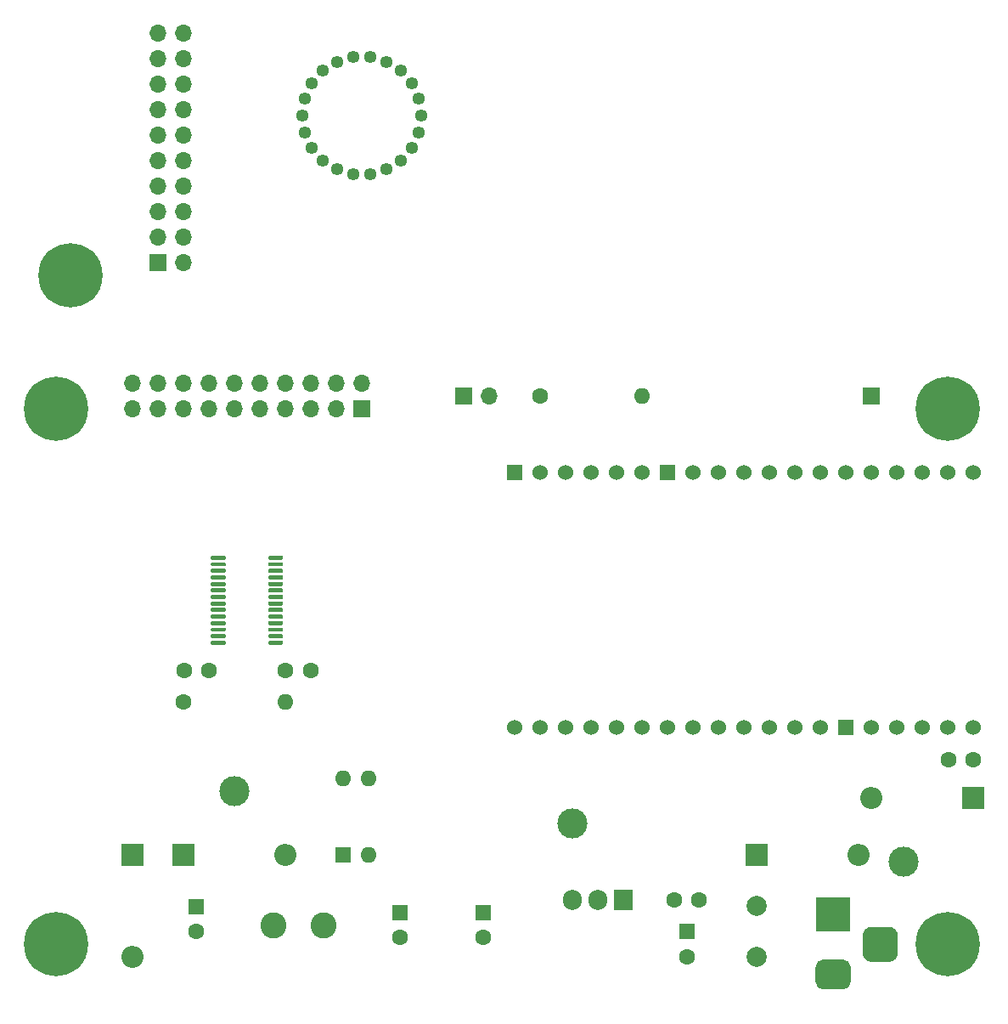
<source format=gts>
G04 #@! TF.GenerationSoftware,KiCad,Pcbnew,(5.1.10)-1*
G04 #@! TF.CreationDate,2021-08-30T10:02:13-04:00*
G04 #@! TF.ProjectId,schematics,73636865-6d61-4746-9963-732e6b696361,rev?*
G04 #@! TF.SameCoordinates,Original*
G04 #@! TF.FileFunction,Soldermask,Top*
G04 #@! TF.FilePolarity,Negative*
%FSLAX46Y46*%
G04 Gerber Fmt 4.6, Leading zero omitted, Abs format (unit mm)*
G04 Created by KiCad (PCBNEW (5.1.10)-1) date 2021-08-30 10:02:13*
%MOMM*%
%LPD*%
G01*
G04 APERTURE LIST*
%ADD10R,1.700000X1.700000*%
%ADD11O,1.700000X1.700000*%
%ADD12C,2.600000*%
%ADD13O,1.905000X2.000000*%
%ADD14R,1.905000X2.000000*%
%ADD15C,6.400000*%
%ADD16C,1.600000*%
%ADD17O,1.600000X1.600000*%
%ADD18O,2.200000X2.200000*%
%ADD19R,2.200000X2.200000*%
%ADD20O,1.270000X1.270000*%
%ADD21C,3.000000*%
%ADD22C,2.000000*%
%ADD23R,3.500000X3.500000*%
%ADD24R,1.524000X1.524000*%
%ADD25C,1.524000*%
%ADD26R,1.600000X1.600000*%
G04 APERTURE END LIST*
D10*
X241300000Y-93345000D03*
D11*
X203200000Y-93345000D03*
D10*
X200660000Y-93345000D03*
D12*
X181690000Y-146050000D03*
X186690000Y-146050000D03*
D13*
X211455000Y-143510000D03*
X213995000Y-143510000D03*
D14*
X216535000Y-143510000D03*
D15*
X161490000Y-81320000D03*
D16*
X248960000Y-129540000D03*
X251460000Y-129540000D03*
D17*
X182880000Y-123825000D03*
D16*
X172720000Y-123825000D03*
D17*
X218440000Y-93345000D03*
D16*
X208280000Y-93345000D03*
D18*
X167640000Y-149225000D03*
D19*
X167640000Y-139065000D03*
D18*
X182880000Y-139065000D03*
D19*
X172720000Y-139065000D03*
D18*
X240030000Y-139065000D03*
D19*
X229870000Y-139065000D03*
D18*
X241300000Y-133350000D03*
D19*
X251460000Y-133350000D03*
D11*
X172720000Y-57150000D03*
X170180000Y-57150000D03*
X172720000Y-59690000D03*
X170180000Y-59690000D03*
X172720000Y-62230000D03*
X170180000Y-62230000D03*
X172720000Y-64770000D03*
X170180000Y-64770000D03*
X172720000Y-67310000D03*
X170180000Y-67310000D03*
X172720000Y-69850000D03*
X170180000Y-69850000D03*
X172720000Y-72390000D03*
X170180000Y-72390000D03*
X172720000Y-74930000D03*
X170180000Y-74930000D03*
X172720000Y-77470000D03*
X170180000Y-77470000D03*
X172720000Y-80010000D03*
D10*
X170180000Y-80010000D03*
D20*
X188039035Y-70743820D03*
X186626308Y-69835910D03*
X185526595Y-68566765D03*
X184828987Y-67039204D03*
X184590001Y-65376982D03*
X184828997Y-63714760D03*
X185526615Y-62187204D03*
X186626336Y-60918066D03*
X188039069Y-60010164D03*
X189650361Y-59537051D03*
X191329676Y-59537057D03*
X192940965Y-60010180D03*
X194353692Y-60918090D03*
X195453405Y-62187235D03*
X196151013Y-63714796D03*
X196389999Y-65377018D03*
X196151003Y-67039240D03*
X195453385Y-68566796D03*
X194353664Y-69835934D03*
X192940931Y-70743836D03*
X191329639Y-71216949D03*
X189650324Y-71216943D03*
D11*
X167640000Y-92075000D03*
X167640000Y-94615000D03*
X170180000Y-92075000D03*
X170180000Y-94615000D03*
X172720000Y-92075000D03*
X172720000Y-94615000D03*
X175260000Y-92075000D03*
X175260000Y-94615000D03*
X177800000Y-92075000D03*
X177800000Y-94615000D03*
X180340000Y-92075000D03*
X180340000Y-94615000D03*
X182880000Y-92075000D03*
X182880000Y-94615000D03*
X185420000Y-92075000D03*
X185420000Y-94615000D03*
X187960000Y-92075000D03*
X187960000Y-94615000D03*
X190500000Y-92075000D03*
D10*
X190500000Y-94615000D03*
G36*
G01*
X181175000Y-109540000D02*
X181175000Y-109340000D01*
G75*
G02*
X181275000Y-109240000I100000J0D01*
G01*
X182550000Y-109240000D01*
G75*
G02*
X182650000Y-109340000I0J-100000D01*
G01*
X182650000Y-109540000D01*
G75*
G02*
X182550000Y-109640000I-100000J0D01*
G01*
X181275000Y-109640000D01*
G75*
G02*
X181175000Y-109540000I0J100000D01*
G01*
G37*
G36*
G01*
X181175000Y-110190000D02*
X181175000Y-109990000D01*
G75*
G02*
X181275000Y-109890000I100000J0D01*
G01*
X182550000Y-109890000D01*
G75*
G02*
X182650000Y-109990000I0J-100000D01*
G01*
X182650000Y-110190000D01*
G75*
G02*
X182550000Y-110290000I-100000J0D01*
G01*
X181275000Y-110290000D01*
G75*
G02*
X181175000Y-110190000I0J100000D01*
G01*
G37*
G36*
G01*
X181175000Y-110840000D02*
X181175000Y-110640000D01*
G75*
G02*
X181275000Y-110540000I100000J0D01*
G01*
X182550000Y-110540000D01*
G75*
G02*
X182650000Y-110640000I0J-100000D01*
G01*
X182650000Y-110840000D01*
G75*
G02*
X182550000Y-110940000I-100000J0D01*
G01*
X181275000Y-110940000D01*
G75*
G02*
X181175000Y-110840000I0J100000D01*
G01*
G37*
G36*
G01*
X181175000Y-111490000D02*
X181175000Y-111290000D01*
G75*
G02*
X181275000Y-111190000I100000J0D01*
G01*
X182550000Y-111190000D01*
G75*
G02*
X182650000Y-111290000I0J-100000D01*
G01*
X182650000Y-111490000D01*
G75*
G02*
X182550000Y-111590000I-100000J0D01*
G01*
X181275000Y-111590000D01*
G75*
G02*
X181175000Y-111490000I0J100000D01*
G01*
G37*
G36*
G01*
X181175000Y-112140000D02*
X181175000Y-111940000D01*
G75*
G02*
X181275000Y-111840000I100000J0D01*
G01*
X182550000Y-111840000D01*
G75*
G02*
X182650000Y-111940000I0J-100000D01*
G01*
X182650000Y-112140000D01*
G75*
G02*
X182550000Y-112240000I-100000J0D01*
G01*
X181275000Y-112240000D01*
G75*
G02*
X181175000Y-112140000I0J100000D01*
G01*
G37*
G36*
G01*
X181175000Y-112790000D02*
X181175000Y-112590000D01*
G75*
G02*
X181275000Y-112490000I100000J0D01*
G01*
X182550000Y-112490000D01*
G75*
G02*
X182650000Y-112590000I0J-100000D01*
G01*
X182650000Y-112790000D01*
G75*
G02*
X182550000Y-112890000I-100000J0D01*
G01*
X181275000Y-112890000D01*
G75*
G02*
X181175000Y-112790000I0J100000D01*
G01*
G37*
G36*
G01*
X181175000Y-113440000D02*
X181175000Y-113240000D01*
G75*
G02*
X181275000Y-113140000I100000J0D01*
G01*
X182550000Y-113140000D01*
G75*
G02*
X182650000Y-113240000I0J-100000D01*
G01*
X182650000Y-113440000D01*
G75*
G02*
X182550000Y-113540000I-100000J0D01*
G01*
X181275000Y-113540000D01*
G75*
G02*
X181175000Y-113440000I0J100000D01*
G01*
G37*
G36*
G01*
X181175000Y-114090000D02*
X181175000Y-113890000D01*
G75*
G02*
X181275000Y-113790000I100000J0D01*
G01*
X182550000Y-113790000D01*
G75*
G02*
X182650000Y-113890000I0J-100000D01*
G01*
X182650000Y-114090000D01*
G75*
G02*
X182550000Y-114190000I-100000J0D01*
G01*
X181275000Y-114190000D01*
G75*
G02*
X181175000Y-114090000I0J100000D01*
G01*
G37*
G36*
G01*
X181175000Y-114740000D02*
X181175000Y-114540000D01*
G75*
G02*
X181275000Y-114440000I100000J0D01*
G01*
X182550000Y-114440000D01*
G75*
G02*
X182650000Y-114540000I0J-100000D01*
G01*
X182650000Y-114740000D01*
G75*
G02*
X182550000Y-114840000I-100000J0D01*
G01*
X181275000Y-114840000D01*
G75*
G02*
X181175000Y-114740000I0J100000D01*
G01*
G37*
G36*
G01*
X181175000Y-115390000D02*
X181175000Y-115190000D01*
G75*
G02*
X181275000Y-115090000I100000J0D01*
G01*
X182550000Y-115090000D01*
G75*
G02*
X182650000Y-115190000I0J-100000D01*
G01*
X182650000Y-115390000D01*
G75*
G02*
X182550000Y-115490000I-100000J0D01*
G01*
X181275000Y-115490000D01*
G75*
G02*
X181175000Y-115390000I0J100000D01*
G01*
G37*
G36*
G01*
X181175000Y-116040000D02*
X181175000Y-115840000D01*
G75*
G02*
X181275000Y-115740000I100000J0D01*
G01*
X182550000Y-115740000D01*
G75*
G02*
X182650000Y-115840000I0J-100000D01*
G01*
X182650000Y-116040000D01*
G75*
G02*
X182550000Y-116140000I-100000J0D01*
G01*
X181275000Y-116140000D01*
G75*
G02*
X181175000Y-116040000I0J100000D01*
G01*
G37*
G36*
G01*
X181175000Y-116690000D02*
X181175000Y-116490000D01*
G75*
G02*
X181275000Y-116390000I100000J0D01*
G01*
X182550000Y-116390000D01*
G75*
G02*
X182650000Y-116490000I0J-100000D01*
G01*
X182650000Y-116690000D01*
G75*
G02*
X182550000Y-116790000I-100000J0D01*
G01*
X181275000Y-116790000D01*
G75*
G02*
X181175000Y-116690000I0J100000D01*
G01*
G37*
G36*
G01*
X181175000Y-117340000D02*
X181175000Y-117140000D01*
G75*
G02*
X181275000Y-117040000I100000J0D01*
G01*
X182550000Y-117040000D01*
G75*
G02*
X182650000Y-117140000I0J-100000D01*
G01*
X182650000Y-117340000D01*
G75*
G02*
X182550000Y-117440000I-100000J0D01*
G01*
X181275000Y-117440000D01*
G75*
G02*
X181175000Y-117340000I0J100000D01*
G01*
G37*
G36*
G01*
X181175000Y-117990000D02*
X181175000Y-117790000D01*
G75*
G02*
X181275000Y-117690000I100000J0D01*
G01*
X182550000Y-117690000D01*
G75*
G02*
X182650000Y-117790000I0J-100000D01*
G01*
X182650000Y-117990000D01*
G75*
G02*
X182550000Y-118090000I-100000J0D01*
G01*
X181275000Y-118090000D01*
G75*
G02*
X181175000Y-117990000I0J100000D01*
G01*
G37*
G36*
G01*
X175450000Y-117990000D02*
X175450000Y-117790000D01*
G75*
G02*
X175550000Y-117690000I100000J0D01*
G01*
X176825000Y-117690000D01*
G75*
G02*
X176925000Y-117790000I0J-100000D01*
G01*
X176925000Y-117990000D01*
G75*
G02*
X176825000Y-118090000I-100000J0D01*
G01*
X175550000Y-118090000D01*
G75*
G02*
X175450000Y-117990000I0J100000D01*
G01*
G37*
G36*
G01*
X175450000Y-117340000D02*
X175450000Y-117140000D01*
G75*
G02*
X175550000Y-117040000I100000J0D01*
G01*
X176825000Y-117040000D01*
G75*
G02*
X176925000Y-117140000I0J-100000D01*
G01*
X176925000Y-117340000D01*
G75*
G02*
X176825000Y-117440000I-100000J0D01*
G01*
X175550000Y-117440000D01*
G75*
G02*
X175450000Y-117340000I0J100000D01*
G01*
G37*
G36*
G01*
X175450000Y-116690000D02*
X175450000Y-116490000D01*
G75*
G02*
X175550000Y-116390000I100000J0D01*
G01*
X176825000Y-116390000D01*
G75*
G02*
X176925000Y-116490000I0J-100000D01*
G01*
X176925000Y-116690000D01*
G75*
G02*
X176825000Y-116790000I-100000J0D01*
G01*
X175550000Y-116790000D01*
G75*
G02*
X175450000Y-116690000I0J100000D01*
G01*
G37*
G36*
G01*
X175450000Y-116040000D02*
X175450000Y-115840000D01*
G75*
G02*
X175550000Y-115740000I100000J0D01*
G01*
X176825000Y-115740000D01*
G75*
G02*
X176925000Y-115840000I0J-100000D01*
G01*
X176925000Y-116040000D01*
G75*
G02*
X176825000Y-116140000I-100000J0D01*
G01*
X175550000Y-116140000D01*
G75*
G02*
X175450000Y-116040000I0J100000D01*
G01*
G37*
G36*
G01*
X175450000Y-115390000D02*
X175450000Y-115190000D01*
G75*
G02*
X175550000Y-115090000I100000J0D01*
G01*
X176825000Y-115090000D01*
G75*
G02*
X176925000Y-115190000I0J-100000D01*
G01*
X176925000Y-115390000D01*
G75*
G02*
X176825000Y-115490000I-100000J0D01*
G01*
X175550000Y-115490000D01*
G75*
G02*
X175450000Y-115390000I0J100000D01*
G01*
G37*
G36*
G01*
X175450000Y-114740000D02*
X175450000Y-114540000D01*
G75*
G02*
X175550000Y-114440000I100000J0D01*
G01*
X176825000Y-114440000D01*
G75*
G02*
X176925000Y-114540000I0J-100000D01*
G01*
X176925000Y-114740000D01*
G75*
G02*
X176825000Y-114840000I-100000J0D01*
G01*
X175550000Y-114840000D01*
G75*
G02*
X175450000Y-114740000I0J100000D01*
G01*
G37*
G36*
G01*
X175450000Y-114090000D02*
X175450000Y-113890000D01*
G75*
G02*
X175550000Y-113790000I100000J0D01*
G01*
X176825000Y-113790000D01*
G75*
G02*
X176925000Y-113890000I0J-100000D01*
G01*
X176925000Y-114090000D01*
G75*
G02*
X176825000Y-114190000I-100000J0D01*
G01*
X175550000Y-114190000D01*
G75*
G02*
X175450000Y-114090000I0J100000D01*
G01*
G37*
G36*
G01*
X175450000Y-113440000D02*
X175450000Y-113240000D01*
G75*
G02*
X175550000Y-113140000I100000J0D01*
G01*
X176825000Y-113140000D01*
G75*
G02*
X176925000Y-113240000I0J-100000D01*
G01*
X176925000Y-113440000D01*
G75*
G02*
X176825000Y-113540000I-100000J0D01*
G01*
X175550000Y-113540000D01*
G75*
G02*
X175450000Y-113440000I0J100000D01*
G01*
G37*
G36*
G01*
X175450000Y-112790000D02*
X175450000Y-112590000D01*
G75*
G02*
X175550000Y-112490000I100000J0D01*
G01*
X176825000Y-112490000D01*
G75*
G02*
X176925000Y-112590000I0J-100000D01*
G01*
X176925000Y-112790000D01*
G75*
G02*
X176825000Y-112890000I-100000J0D01*
G01*
X175550000Y-112890000D01*
G75*
G02*
X175450000Y-112790000I0J100000D01*
G01*
G37*
G36*
G01*
X175450000Y-112140000D02*
X175450000Y-111940000D01*
G75*
G02*
X175550000Y-111840000I100000J0D01*
G01*
X176825000Y-111840000D01*
G75*
G02*
X176925000Y-111940000I0J-100000D01*
G01*
X176925000Y-112140000D01*
G75*
G02*
X176825000Y-112240000I-100000J0D01*
G01*
X175550000Y-112240000D01*
G75*
G02*
X175450000Y-112140000I0J100000D01*
G01*
G37*
G36*
G01*
X175450000Y-111490000D02*
X175450000Y-111290000D01*
G75*
G02*
X175550000Y-111190000I100000J0D01*
G01*
X176825000Y-111190000D01*
G75*
G02*
X176925000Y-111290000I0J-100000D01*
G01*
X176925000Y-111490000D01*
G75*
G02*
X176825000Y-111590000I-100000J0D01*
G01*
X175550000Y-111590000D01*
G75*
G02*
X175450000Y-111490000I0J100000D01*
G01*
G37*
G36*
G01*
X175450000Y-110840000D02*
X175450000Y-110640000D01*
G75*
G02*
X175550000Y-110540000I100000J0D01*
G01*
X176825000Y-110540000D01*
G75*
G02*
X176925000Y-110640000I0J-100000D01*
G01*
X176925000Y-110840000D01*
G75*
G02*
X176825000Y-110940000I-100000J0D01*
G01*
X175550000Y-110940000D01*
G75*
G02*
X175450000Y-110840000I0J100000D01*
G01*
G37*
G36*
G01*
X175450000Y-110190000D02*
X175450000Y-109990000D01*
G75*
G02*
X175550000Y-109890000I100000J0D01*
G01*
X176825000Y-109890000D01*
G75*
G02*
X176925000Y-109990000I0J-100000D01*
G01*
X176925000Y-110190000D01*
G75*
G02*
X176825000Y-110290000I-100000J0D01*
G01*
X175550000Y-110290000D01*
G75*
G02*
X175450000Y-110190000I0J100000D01*
G01*
G37*
G36*
G01*
X175450000Y-109540000D02*
X175450000Y-109340000D01*
G75*
G02*
X175550000Y-109240000I100000J0D01*
G01*
X176825000Y-109240000D01*
G75*
G02*
X176925000Y-109340000I0J-100000D01*
G01*
X176925000Y-109540000D01*
G75*
G02*
X176825000Y-109640000I-100000J0D01*
G01*
X175550000Y-109640000D01*
G75*
G02*
X175450000Y-109540000I0J100000D01*
G01*
G37*
D21*
X211455000Y-135890000D03*
X244475000Y-139700000D03*
X177800000Y-132715000D03*
D15*
X248920000Y-147955000D03*
X160020000Y-147955000D03*
X160020000Y-94615000D03*
X248920000Y-94615000D03*
D22*
X229870000Y-149225000D03*
X229880000Y-144145000D03*
G36*
G01*
X243065000Y-149705000D02*
X241315000Y-149705000D01*
G75*
G02*
X240440000Y-148830000I0J875000D01*
G01*
X240440000Y-147080000D01*
G75*
G02*
X241315000Y-146205000I875000J0D01*
G01*
X243065000Y-146205000D01*
G75*
G02*
X243940000Y-147080000I0J-875000D01*
G01*
X243940000Y-148830000D01*
G75*
G02*
X243065000Y-149705000I-875000J0D01*
G01*
G37*
G36*
G01*
X238490000Y-152455000D02*
X236490000Y-152455000D01*
G75*
G02*
X235740000Y-151705000I0J750000D01*
G01*
X235740000Y-150205000D01*
G75*
G02*
X236490000Y-149455000I750000J0D01*
G01*
X238490000Y-149455000D01*
G75*
G02*
X239240000Y-150205000I0J-750000D01*
G01*
X239240000Y-151705000D01*
G75*
G02*
X238490000Y-152455000I-750000J0D01*
G01*
G37*
D23*
X237490000Y-144955000D03*
D24*
X220980000Y-100965000D03*
X205740000Y-100965000D03*
D25*
X210820000Y-100965000D03*
X218440000Y-100965000D03*
X208280000Y-100965000D03*
X223520000Y-100965000D03*
X215900000Y-100965000D03*
X213360000Y-100965000D03*
X226060000Y-100965000D03*
X228600000Y-100965000D03*
X236220000Y-100965000D03*
X241300000Y-100965000D03*
X238760000Y-100965000D03*
X233680000Y-100965000D03*
X231140000Y-100965000D03*
X251460000Y-100965000D03*
X248920000Y-100965000D03*
X246380000Y-100965000D03*
X243840000Y-100965000D03*
X251460000Y-126365000D03*
X248920000Y-126365000D03*
X246380000Y-126365000D03*
X243840000Y-126365000D03*
X241300000Y-126365000D03*
D24*
X238760000Y-126365000D03*
D25*
X236220000Y-126365000D03*
X233680000Y-126365000D03*
X231140000Y-126365000D03*
X228600000Y-126365000D03*
X226060000Y-126365000D03*
X223520000Y-126365000D03*
X220980000Y-126365000D03*
X218440000Y-126365000D03*
X215900000Y-126365000D03*
X213360000Y-126365000D03*
X210820000Y-126365000D03*
X208280000Y-126365000D03*
X205740000Y-126365000D03*
D17*
X188595000Y-131445000D03*
X191135000Y-139065000D03*
X191135000Y-131445000D03*
D26*
X188595000Y-139065000D03*
D16*
X172760000Y-120650000D03*
X175260000Y-120650000D03*
X173990000Y-146685000D03*
D26*
X173990000Y-144185000D03*
D16*
X194310000Y-147280000D03*
D26*
X194310000Y-144780000D03*
D16*
X185380000Y-120650000D03*
X182880000Y-120650000D03*
X202565000Y-147280000D03*
D26*
X202565000Y-144780000D03*
D16*
X222885000Y-149185000D03*
D26*
X222885000Y-146685000D03*
D16*
X224115000Y-143510000D03*
X221615000Y-143510000D03*
M02*

</source>
